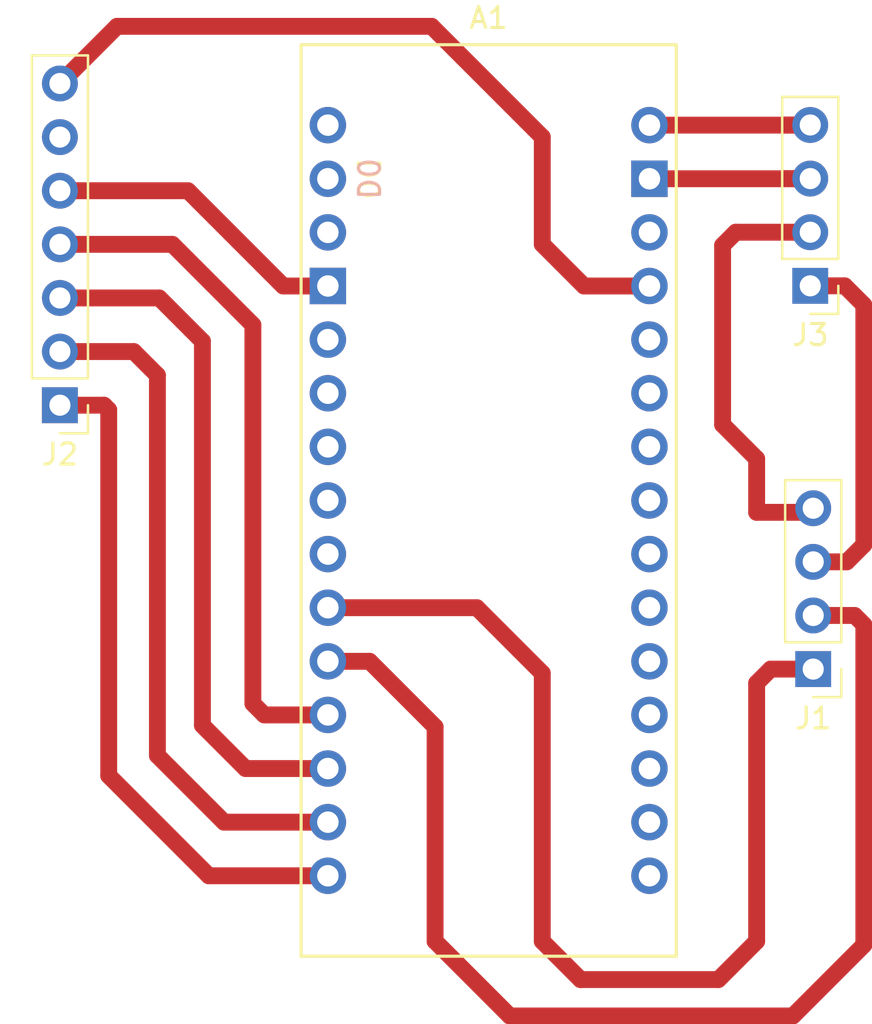
<source format=kicad_pcb>
(kicad_pcb (version 20211014) (generator pcbnew)
  (layers (0 "F.Cu" signal) (31 "B.Cu" signal) (34 "B.Paste" user) (35 "F.Paste" user) (36 "B.SilkS" user "B.Silkscreen") (37 "F.SilkS" user "F.Silkscreen") (38 "B.Mask" user) (39 "F.Mask" user) (44 "Edge.Cuts" user))
  (net 0 "")
  (net 1 "GND_1")
  (net 2 "9v_1")
  (net 4 "Net-(J2-Pad7)")
  (net 21 "Net-(J2-Pad4)")
  (net 24 "GND_2")
  (net 25 "9v_2")
  (net 27 "Net-(A1-PadD7)")
  (net 28 "Net-(A1-PadD8)")
  (net 29 "Net-(A1-PadD10)")
  (net 30 "Net-(A1-PadD11)")
  (net 31 "Net-(A1-PadD12)")
  (net 33 "Net-(A1-PadGND1)")
  (footprint "Connector_PinHeader_2.54mm:PinHeader_1x04_P2.54mm_Vertical" (layer "F.Cu") (at 52.844896 27.365553 180)
    (fp_text reference "J3" (at 0 -2.33) (layer "F.SilkS"))
    (fp_text value "Power")
    (fp_line (start 1.33 1.27) (end 1.33 8.95) (layer "F.SilkS") (width 0.12))
    (fp_line (start -1.33 1.27) (end -1.33 8.95) (layer "F.SilkS") (width 0.12))
    (fp_line (start -1.33 0) (end -1.33 -1.33) (layer "F.SilkS") (width 0.12))
    (fp_line (start -1.33 1.27) (end 1.33 1.27) (layer "F.SilkS") (width 0.12))
    (fp_line (start -1.33 -1.33) (end 0 -1.33) (layer "F.SilkS") (width 0.12))
    (fp_line (start -1.33 8.95) (end 1.33 8.95) (layer "F.SilkS") (width 0.12))
    (pad "1" thru_hole rect (at 0 0 180) (size 1.7 1.7) (drill 1) (layers *.Cu *.Mask) (net 24 "GND_2"))
    (pad "2" thru_hole oval (at 0 2.54 180) (size 1.7 1.7) (drill 1) (layers *.Cu *.Mask) (net 25 "9v_2"))
    (pad "3" thru_hole oval (at 0 5.08 180) (size 1.7 1.7) (drill 1) (layers *.Cu *.Mask) (net 1 "GND_1"))
    (pad "4" thru_hole oval (at 0 7.62 180) (size 1.7 1.7) (drill 1) (layers *.Cu *.Mask) (net 2 "9v_1"))
  )
  (footprint "Connector_PinHeader_2.54mm:PinHeader_1x07_P2.54mm_Vertical" (layer "F.Cu") (at 17.284896 33.02 180)
    (fp_text reference "J2" (at 0 -2.33) (layer "F.SilkS"))
    (fp_text value "ASK RF")
    (fp_line (start -1.33 1.27) (end 1.33 1.27) (layer "F.SilkS") (width 0.12))
    (fp_line (start -1.33 0) (end -1.33 -1.33) (layer "F.SilkS") (width 0.12))
    (fp_line (start -1.33 1.27) (end -1.33 16.57) (layer "F.SilkS") (width 0.12))
    (fp_line (start 1.33 1.27) (end 1.33 16.57) (layer "F.SilkS") (width 0.12))
    (fp_line (start -1.33 16.57) (end 1.33 16.57) (layer "F.SilkS") (width 0.12))
    (fp_line (start -1.33 -1.33) (end 0 -1.33) (layer "F.SilkS") (width 0.12))
    (pad "1" thru_hole rect (at 0 0 180) (size 1.7 1.7) (drill 1) (layers *.Cu *.Mask) (net 31 "Net-(A1-PadD12)"))
    (pad "2" thru_hole oval (at 0 2.54 180) (size 1.7 1.7) (drill 1) (layers *.Cu *.Mask) (net 30 "Net-(A1-PadD11)"))
    (pad "3" thru_hole oval (at 0 5.08 180) (size 1.7 1.7) (drill 1) (layers *.Cu *.Mask) (net 29 "Net-(A1-PadD10)"))
    (pad "4" thru_hole oval (at 0 7.62 180) (size 1.7 1.7) (drill 1) (layers *.Cu *.Mask) (net 21 "Net-(J2-Pad4)"))
    (pad "5" thru_hole oval (at 0 10.16 180) (size 1.7 1.7) (drill 1) (layers *.Cu *.Mask) (net 33 "Net-(A1-PadGND1)"))
    (pad "6" thru_hole oval (at 0 12.7 180) (size 1.7 1.7) (drill 1) (layers *.Cu *.Mask))
    (pad "7" thru_hole oval (at 0 15.24 180) (size 1.7 1.7) (drill 1) (layers *.Cu *.Mask) (net 4 "Net-(J2-Pad7)"))
  )
  (footprint "Connector_PinHeader_2.54mm:PinHeader_1x04_P2.54mm_Vertical" (layer "F.Cu") (at 52.985397 45.521205 180)
    (fp_text reference "J1" (at 0 -2.33) (layer "F.SilkS"))
    (fp_text value "L9110")
    (fp_line (start 1.33 1.27) (end 1.33 8.95) (layer "F.SilkS") (width 0.12))
    (fp_line (start -1.33 1.27) (end 1.33 1.27) (layer "F.SilkS") (width 0.12))
    (fp_line (start -1.33 0) (end -1.33 -1.33) (layer "F.SilkS") (width 0.12))
    (fp_line (start -1.33 1.27) (end -1.33 8.95) (layer "F.SilkS") (width 0.12))
    (fp_line (start -1.33 8.95) (end 1.33 8.95) (layer "F.SilkS") (width 0.12))
    (fp_line (start -1.33 -1.33) (end 0 -1.33) (layer "F.SilkS") (width 0.12))
    (pad "1" thru_hole rect (at 0 0 180) (size 1.7 1.7) (drill 1) (layers *.Cu *.Mask) (net 27 "Net-(A1-PadD7)"))
    (pad "2" thru_hole oval (at 0 2.54 180) (size 1.7 1.7) (drill 1) (layers *.Cu *.Mask) (net 28 "Net-(A1-PadD8)"))
    (pad "3" thru_hole oval (at 0 5.08 180) (size 1.7 1.7) (drill 1) (layers *.Cu *.Mask) (net 24 "GND_2"))
    (pad "4" thru_hole oval (at 0 7.62 180) (size 1.7 1.7) (drill 1) (layers *.Cu *.Mask) (net 25 "9v_2"))
  )
  (footprint "PCM_arduino-library:Arduino_Nano_Every_Socket" (layer "F.Cu") (at 37.604896 59.123)
    (fp_text reference "A1" (at 0 -44.45) (layer "F.SilkS"))
    (fp_text value "Arduino_Nano_Every_Socket")
    (fp_text user "D0" (at -5.715 -36.83 -90 unlocked) (layer "B.SilkS") (effects (justify mirror)))
    (fp_text user "D0" (at -5.715 -36.83 -90 unlocked) (layer "F.SilkS"))
    (fp_line (start -8.89 -43.18) (end -8.89 0) (layer "F.SilkS") (width 0.15))
    (fp_line (start -8.89 0) (end 8.89 0) (layer "F.SilkS") (width 0.15))
    (fp_line (start -8.89 -43.18) (end 8.89 -43.18) (layer "F.SilkS") (width 0.15))
    (fp_line (start 8.89 -43.18) (end 8.89 0) (layer "F.SilkS") (width 0.15))
    (pad "" np_thru_hole circle (at 7.62 -1.27) (size 1.8 1.8) (drill 1.8) (layers F&B.Cu *.Mask))
    (pad "" np_thru_hole circle (at 7.62 -41.91) (size 1.8 1.8) (drill 1.8) (layers F&B.Cu *.Mask))
    (pad "" np_thru_hole circle (at -7.62 -1.27) (size 1.8 1.8) (drill 1.8) (layers F&B.Cu *.Mask))
    (pad "" np_thru_hole circle (at -7.62 -41.91) (size 1.8 1.8) (drill 1.8) (layers F&B.Cu *.Mask))
    (pad "3V3" thru_hole circle (at 7.62 -6.35) (size 1.7272 1.7272) (drill 1.016) (layers *.Cu *.Mask))
    (pad "5V" thru_hole circle (at 7.62 -31.75) (size 1.7272 1.7272) (drill 1.016) (layers *.Cu *.Mask) (net 4 "Net-(J2-Pad7)"))
    (pad "A0" thru_hole circle (at 7.62 -11.43) (size 1.7272 1.7272) (drill 1.016) (layers *.Cu *.Mask))
    (pad "A1" thru_hole circle (at 7.62 -13.97) (size 1.7272 1.7272) (drill 1.016) (layers *.Cu *.Mask))
    (pad "A2" thru_hole circle (at 7.62 -16.51) (size 1.7272 1.7272) (drill 1.016) (layers *.Cu *.Mask))
    (pad "A3" thru_hole circle (at 7.62 -19.05) (size 1.7272 1.7272) (drill 1.016) (layers *.Cu *.Mask))
    (pad "A4" thru_hole circle (at 7.62 -21.59) (size 1.7272 1.7272) (drill 1.016) (layers *.Cu *.Mask))
    (pad "A5" thru_hole circle (at 7.62 -24.13) (size 1.7272 1.7272) (drill 1.016) (layers *.Cu *.Mask))
    (pad "A6" thru_hole circle (at 7.62 -26.67) (size 1.7272 1.7272) (drill 1.016) (layers *.Cu *.Mask))
    (pad "A7" thru_hole circle (at 7.62 -29.21) (size 1.7272 1.7272) (drill 1.016) (layers *.Cu *.Mask))
    (pad "AREF" thru_hole circle (at 7.62 -8.89) (size 1.7272 1.7272) (drill 1.016) (layers *.Cu *.Mask))
    (pad "D0" thru_hole circle (at -7.62 -36.83) (size 1.7272 1.7272) (drill 1.016) (layers *.Cu *.Mask))
    (pad "D1" thru_hole circle (at -7.62 -39.37) (size 1.7272 1.7272) (drill 1.016) (layers *.Cu *.Mask))
    (pad "D2" thru_hole circle (at -7.62 -29.21) (size 1.7272 1.7272) (drill 1.016) (layers *.Cu *.Mask))
    (pad "D3" thru_hole circle (at -7.62 -26.67) (size 1.7272 1.7272) (drill 1.016) (layers *.Cu *.Mask))
    (pad "D4" thru_hole circle (at -7.62 -24.13) (size 1.7272 1.7272) (drill 1.016) (layers *.Cu *.Mask))
    (pad "D5" thru_hole circle (at -7.62 -21.59) (size 1.7272 1.7272) (drill 1.016) (layers *.Cu *.Mask))
    (pad "D6" thru_hole circle (at -7.62 -19.05) (size 1.7272 1.7272) (drill 1.016) (layers *.Cu *.Mask))
    (pad "D7" thru_hole circle (at -7.62 -16.51) (size 1.7272 1.7272) (drill 1.016) (layers *.Cu *.Mask) (net 27 "Net-(A1-PadD7)"))
    (pad "D8" thru_hole circle (at -7.62 -13.97) (size 1.7272 1.7272) (drill 1.016) (layers *.Cu *.Mask) (net 28 "Net-(A1-PadD8)"))
    (pad "D9" thru_hole circle (at -7.62 -11.43) (size 1.7272 1.7272) (drill 1.016) (layers *.Cu *.Mask) (net 21 "Net-(J2-Pad4)"))
    (pad "D10" thru_hole circle (at -7.62 -8.89) (size 1.7272 1.7272) (drill 1.016) (layers *.Cu *.Mask) (net 29 "Net-(A1-PadD10)"))
    (pad "D11" thru_hole circle (at -7.62 -6.35) (size 1.7272 1.7272) (drill 1.016) (layers *.Cu *.Mask) (net 30 "Net-(A1-PadD11)"))
    (pad "D12" thru_hole circle (at -7.62 -3.81) (size 1.7272 1.7272) (drill 1.016) (layers *.Cu *.Mask) (net 31 "Net-(A1-PadD12)"))
    (pad "D13" thru_hole circle (at 7.62 -3.81) (size 1.7272 1.7272) (drill 1.016) (layers *.Cu *.Mask))
    (pad "GND1" thru_hole rect (at -7.62 -31.75) (size 1.7272 1.7272) (drill 1.016) (layers *.Cu *.Mask) (net 33 "Net-(A1-PadGND1)"))
    (pad "GND2" thru_hole rect (at 7.62 -36.83) (size 1.7272 1.7272) (drill 1.016) (layers *.Cu *.Mask) (net 1 "GND_1"))
    (pad "RST1" thru_hole circle (at -7.62 -34.29) (size 1.7272 1.7272) (drill 1.016) (layers *.Cu *.Mask))
    (pad "RST2" thru_hole circle (at 7.62 -34.29) (size 1.7272 1.7272) (drill 1.016) (layers *.Cu *.Mask))
    (pad "VIN" thru_hole circle (at 7.62 -39.37) (size 1.7272 1.7272) (drill 1.016) (layers *.Cu *.Mask) (net 2 "9v_1"))
  )
  (segment (start 52.837449 22.293) (end 52.844896 22.285553) (width 0.8) (layer "F.Cu") (net 1))
  (segment (start 52.844896 22.285553) (end 51.602679 22.285553) (width 0.8) (layer "F.Cu") (net 1))
  (segment (start 45.224896 22.293) (end 52.837449 22.293) (width 0.8) (layer "F.Cu") (net 1))
  (segment (start 45.224896 19.753) (end 52.837449 19.753) (width 0.8) (layer "F.Cu") (net 2))
  (segment (start 52.837449 19.753) (end 52.844896 19.745553) (width 0.8) (layer "F.Cu") (net 2))
  (segment (start 52.844896 19.745553) (end 51.602679 19.745553) (width 0.8) (layer "F.Cu") (net 2))
  (segment (start 19.992344 15.072552) (end 34.902448 15.072552) (width 0.8) (layer "F.Cu") (net 4))
  (segment (start 42.122896 27.373) (end 45.224896 27.373) (width 0.8) (layer "F.Cu") (net 4))
  (segment (start 34.902448 15.072552) (end 40.144896 20.315) (width 0.8) (layer "F.Cu") (net 4))
  (segment (start 17.284896 17.78) (end 19.992344 15.072552) (width 0.8) (layer "F.Cu") (net 4))
  (segment (start 40.144896 25.395) (end 42.122896 27.373) (width 0.8) (layer "F.Cu") (net 4))
  (segment (start 40.144896 20.315) (end 40.144896 25.395) (width 0.8) (layer "F.Cu") (net 4))
  (segment (start 26.430162 47.152708) (end 26.970454 47.693) (width 0.8) (layer "F.Cu") (net 21))
  (segment (start 26.970454 47.693) (end 29.984896 47.693) (width 0.8) (layer "F.Cu") (net 21))
  (segment (start 17.284896 25.4) (end 22.614575 25.4) (width 0.8) (layer "F.Cu") (net 21))
  (segment (start 26.430162 29.215587) (end 26.430162 47.152708) (width 0.8) (layer "F.Cu") (net 21))
  (segment (start 22.614575 25.4) (end 26.430162 29.215587) (width 0.8) (layer "F.Cu") (net 21))
  (segment (start 54.478459 27.365553) (end 55.384896 28.27199) (width 0.8) (layer "F.Cu") (net 24))
  (segment (start 54.575882 40.441205) (end 52.985397 40.441205) (width 0.8) (layer "F.Cu") (net 24))
  (segment (start 55.384896 39.632191) (end 54.575882 40.441205) (width 0.8) (layer "F.Cu") (net 24))
  (segment (start 55.384896 28.27199) (end 55.384896 39.632191) (width 0.8) (layer "F.Cu") (net 24))
  (segment (start 52.844896 27.365553) (end 54.478459 27.365553) (width 0.8) (layer "F.Cu") (net 24))
  (segment (start 48.690912 33.941016) (end 48.690912 25.448769) (width 0.8) (layer "F.Cu") (net 25))
  (segment (start 48.690912 25.448769) (end 49.314128 24.825553) (width 0.8) (layer "F.Cu") (net 25))
  (segment (start 49.314128 24.825553) (end 52.844896 24.825553) (width 0.8) (layer "F.Cu") (net 25))
  (segment (start 52.985397 37.901205) (end 52.791602 38.095) (width 0.8) (layer "F.Cu") (net 25))
  (segment (start 52.791602 38.095) (end 50.304896 38.095) (width 0.8) (layer "F.Cu") (net 25))
  (segment (start 50.304896 38.095) (end 50.304896 35.555) (width 0.8) (layer "F.Cu") (net 25))
  (segment (start 50.304896 35.555) (end 48.690912 33.941016) (width 0.8) (layer "F.Cu") (net 25))
  (segment (start 41.959877 60.229981) (end 48.489915 60.229981) (width 0.8) (layer "F.Cu") (net 27))
  (segment (start 48.489915 60.229981) (end 50.304896 58.415) (width 0.8) (layer "F.Cu") (net 27))
  (segment (start 40.144896 45.715) (end 40.144896 58.415) (width 0.8) (layer "F.Cu") (net 27))
  (segment (start 40.144896 58.415) (end 41.959877 60.229981) (width 0.8) (layer "F.Cu") (net 27))
  (segment (start 50.304896 46.185536) (end 50.969227 45.521205) (width 0.8) (layer "F.Cu") (net 27))
  (segment (start 50.969227 45.521205) (end 52.985397 45.521205) (width 0.8) (layer "F.Cu") (net 27))
  (segment (start 37.042896 42.613) (end 40.144896 45.715) (width 0.8) (layer "F.Cu") (net 27))
  (segment (start 50.304896 58.415) (end 50.304896 46.185536) (width 0.8) (layer "F.Cu") (net 27))
  (segment (start 29.984896 42.613) (end 37.042896 42.613) (width 0.8) (layer "F.Cu") (net 27))
  (segment (start 35.064896 48.255) (end 31.962896 45.153) (width 0.8) (layer "F.Cu") (net 28))
  (segment (start 55.384896 58.591137) (end 52.022307 61.953726) (width 0.8) (layer "F.Cu") (net 28))
  (segment (start 52.985397 42.981205) (end 54.950912 42.981205) (width 0.8) (layer "F.Cu") (net 28))
  (segment (start 52.022307 61.953726) (end 38.603622 61.953726) (width 0.8) (layer "F.Cu") (net 28))
  (segment (start 31.962896 45.153) (end 29.984896 45.153) (width 0.8) (layer "F.Cu") (net 28))
  (segment (start 38.603622 61.953726) (end 35.064896 58.415) (width 0.8) (layer "F.Cu") (net 28))
  (segment (start 54.950912 42.981205) (end 55.384896 43.415189) (width 0.8) (layer "F.Cu") (net 28))
  (segment (start 55.384896 43.415189) (end 55.384896 58.591137) (width 0.8) (layer "F.Cu") (net 28))
  (segment (start 35.064896 58.415) (end 35.064896 48.255) (width 0.8) (layer "F.Cu") (net 28))
  (segment (start 26.085156 50.233) (end 29.984896 50.233) (width 0.8) (layer "F.Cu") (net 29))
  (segment (start 24.039108 29.986539) (end 24.039108 48.186952) (width 0.8) (layer "F.Cu") (net 29))
  (segment (start 24.039108 48.186952) (end 26.085156 50.233) (width 0.8) (layer "F.Cu") (net 29))
  (segment (start 21.992569 27.94) (end 24.039108 29.986539) (width 0.8) (layer "F.Cu") (net 29))
  (segment (start 17.284896 27.94) (end 21.992569 27.94) (width 0.8) (layer "F.Cu") (net 29))
  (segment (start 17.284896 30.48) (end 20.787096 30.48) (width 0.8) (layer "F.Cu") (net 30))
  (segment (start 21.906399 49.614992) (end 25.064407 52.773) (width 0.8) (layer "F.Cu") (net 30))
  (segment (start 21.906399 31.599303) (end 21.906399 49.614992) (width 0.8) (layer "F.Cu") (net 30))
  (segment (start 20.787096 30.48) (end 21.906399 31.599303) (width 0.8) (layer "F.Cu") (net 30))
  (segment (start 25.064407 52.773) (end 29.984896 52.773) (width 0.8) (layer "F.Cu") (net 30))
  (segment (start 19.59814 33.241756) (end 19.59814 50.568244) (width 0.8) (layer "F.Cu") (net 31))
  (segment (start 24.342896 55.313) (end 29.984896 55.313) (width 0.8) (layer "F.Cu") (net 31))
  (segment (start 19.59814 50.568244) (end 24.342896 55.313) (width 0.8) (layer "F.Cu") (net 31))
  (segment (start 19.376384 33.02) (end 19.59814 33.241756) (width 0.8) (layer "F.Cu") (net 31))
  (segment (start 17.284896 33.02) (end 19.376384 33.02) (width 0.8) (layer "F.Cu") (net 31))
  (segment (start 17.284896 22.86) (end 23.355103 22.86) (width 0.8) (layer "F.Cu") (net 33))
  (segment (start 27.868103 27.373) (end 29.984896 27.373) (width 0.8) (layer "F.Cu") (net 33))
  (segment (start 23.355103 22.86) (end 27.868103 27.373) (width 0.8) (layer "F.Cu") (net 33))
)
</source>
